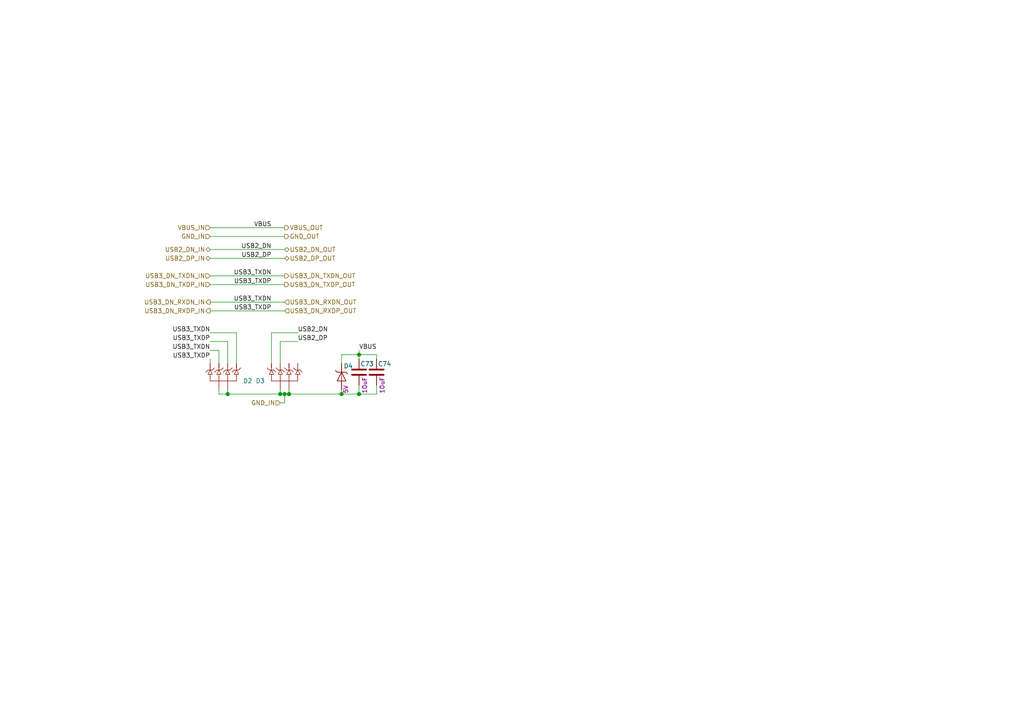
<source format=kicad_sch>
(kicad_sch (version 20210406) (generator eeschema)
  (paper "A4")
  (lib_symbols
    (symbol "capacitors:GRM21BR61H106ME43" (pin_numbers hide) (pin_names (offset 0.254))
      (property "Reference" "C" (at 0.635 2.54 0))
      (property "id" "10uF" (at -3.81 2.54 0))
      (symbol "GRM21BR61H106ME43_0_1"
        (polyline (pts (xy -2.032 -0.762) (xy 2.032 -0.762)) (stroke (width 0.508)))
        (polyline (pts (xy -2.032 0.762) (xy 2.032 0.762)) (stroke (width 0.508)))
      )
      (symbol "GRM21BR61H106ME43_1_1"
        (pin passive line (at 0 3.81 270) (length 2.794) (name "~") (number "1"))
        (pin passive line (at 0 -3.81 90) (length 2.794) (name "~") (number "2"))
      )
    )
    (symbol "diodes:ESD9X3.3ST5G" (pin_numbers hide) (pin_names (offset 1.016) hide)
      (property "Reference" "D" (at 0 2.54 0))
      (property "id" "5V" (at 0 0 0))
      (symbol "ESD9X3.3ST5G_0_1"
        (polyline (pts (xy -1.27 -1.27) (xy -1.778 -1.778)) (stroke (width 0.2032)))
        (polyline (pts (xy -1.27 1.27) (xy -1.27 -1.27)) (stroke (width 0.2032)))
        (polyline (pts (xy -1.27 1.27) (xy -0.762 1.778)) (stroke (width 0.2032)))
        (polyline (pts (xy 1.27 0) (xy -1.27 0)))
        (polyline (pts (xy 1.27 1.27) (xy 1.27 -1.27) (xy -1.27 0) (xy 1.27 1.27)) (stroke (width 0.2032)))
      )
      (symbol "ESD9X3.3ST5G_1_1"
        (pin passive line (at 3.81 0 180) (length 2.54) (name "A") (number "A"))
        (pin passive line (at -3.81 0 0) (length 2.54) (name "C") (number "C"))
      )
    )
    (symbol "mte_usb_hub:ESD8004MUTAG" (pin_numbers hide) (pin_names (offset 1.016) hide)
      (property "Reference" "D" (at 0 0 0))
      (symbol "ESD8004MUTAG_0_1"
        (polyline (pts (xy -3.81 0) (xy 3.81 0)))
        (polyline (pts (xy -3.81 1.27) (xy -3.81 0)))
        (polyline (pts (xy -3.81 1.905) (xy -3.81 1.27)))
        (polyline (pts (xy -3.81 3.175) (xy -3.81 3.81)))
        (polyline (pts (xy 1.27 1.27) (xy 1.27 0)))
        (polyline (pts (xy 1.27 1.905) (xy 1.27 1.27)))
        (polyline (pts (xy 1.27 3.175) (xy 1.27 3.81)))
        (polyline (pts (xy -3.81 3.175) (xy -4.445 3.175) (xy -5.08 2.54)))
        (polyline (pts (xy -3.81 3.175) (xy -3.175 3.175) (xy -2.54 3.81)))
        (polyline (pts (xy 1.27 3.175) (xy 0.635 3.175) (xy 0 2.54)))
        (polyline (pts (xy 1.27 3.175) (xy 1.905 3.175) (xy 2.54 3.81)))
        (polyline (pts (xy -3.81 3.175) (xy -4.445 1.905) (xy -3.175 1.905) (xy -3.81 3.175)) (fill (type background)))
        (polyline (pts (xy 1.27 3.175) (xy 0.635 1.905) (xy 1.905 1.905) (xy 1.27 3.175)) (fill (type background)))
      )
      (symbol "ESD8004MUTAG_1_1"
        (polyline (pts (xy -1.27 1.27) (xy -1.27 0)))
        (polyline (pts (xy -1.27 1.905) (xy -1.27 1.27)))
        (polyline (pts (xy -1.27 3.175) (xy -1.27 3.81)))
        (polyline (pts (xy 3.81 1.27) (xy 3.81 0)))
        (polyline (pts (xy 3.81 1.905) (xy 3.81 1.27)))
        (polyline (pts (xy 3.81 3.175) (xy 3.81 3.81)))
        (polyline (pts (xy -1.27 3.175) (xy -1.905 3.175) (xy -2.54 2.54)))
        (polyline (pts (xy -1.27 3.175) (xy -0.635 3.175) (xy 0 3.81)))
        (polyline (pts (xy 3.81 3.175) (xy 3.175 3.175) (xy 2.54 2.54)))
        (polyline (pts (xy 3.81 3.175) (xy 4.445 3.175) (xy 5.08 3.81)))
        (polyline (pts (xy -1.27 3.175) (xy -1.905 1.905) (xy -0.635 1.905) (xy -1.27 3.175)) (fill (type background)))
        (polyline (pts (xy 3.81 3.175) (xy 3.175 1.905) (xy 4.445 1.905) (xy 3.81 3.175)) (fill (type background)))
        (pin passive line (at -3.81 5.08 270) (length 1.27) (name "~") (number "1"))
        (pin passive line (at -3.81 5.08 270) (length 1.27) (name "~") (number "10"))
        (pin passive line (at -1.27 5.08 270) (length 1.27) (name "~") (number "2"))
        (pin passive line (at -1.27 -2.54 90) (length 2.54) (name "~") (number "3"))
        (pin passive line (at 1.27 5.08 270) (length 1.27) (name "~") (number "4"))
        (pin passive line (at 3.81 5.08 270) (length 1.27) (name "~") (number "5"))
        (pin passive line (at 3.81 5.08 270) (length 1.27) (name "~") (number "6"))
        (pin passive line (at 1.27 5.08 270) (length 1.27) (name "~") (number "7"))
        (pin passive line (at 1.27 -2.54 90) (length 2.54) (name "~") (number "8"))
        (pin passive line (at -1.27 5.08 270) (length 1.27) (name "~") (number "9"))
      )
    )
  )
  (junction (at 66.04 114.3) (diameter 1.016))
  (junction (at 81.28 114.3) (diameter 1.016))
  (junction (at 82.55 114.3) (diameter 1.016))
  (junction (at 83.82 114.3) (diameter 1.016))
  (junction (at 99.06 114.3) (diameter 1.016))
  (junction (at 104.14 102.87) (diameter 1.016))
  (junction (at 104.14 114.3) (diameter 1.016))
  (wire (pts (xy 60.96 66.04) (xy 82.55 66.04)))
  (wire (pts (xy 60.96 68.58) (xy 82.55 68.58)))
  (wire (pts (xy 60.96 72.39) (xy 82.55 72.39)))
  (wire (pts (xy 60.96 74.93) (xy 82.55 74.93)))
  (wire (pts (xy 60.96 80.01) (xy 82.55 80.01)))
  (wire (pts (xy 60.96 82.55) (xy 82.55 82.55)))
  (wire (pts (xy 60.96 87.63) (xy 82.55 87.63)))
  (wire (pts (xy 60.96 90.17) (xy 82.55 90.17)))
  (wire (pts (xy 60.96 104.14) (xy 60.96 105.41)))
  (wire (pts (xy 63.5 101.6) (xy 60.96 101.6)))
  (wire (pts (xy 63.5 105.41) (xy 63.5 101.6)))
  (wire (pts (xy 63.5 113.03) (xy 63.5 114.3)))
  (wire (pts (xy 63.5 114.3) (xy 66.04 114.3)))
  (wire (pts (xy 66.04 99.06) (xy 60.96 99.06)))
  (wire (pts (xy 66.04 105.41) (xy 66.04 99.06)))
  (wire (pts (xy 66.04 113.03) (xy 66.04 114.3)))
  (wire (pts (xy 66.04 114.3) (xy 81.28 114.3)))
  (wire (pts (xy 68.58 96.52) (xy 60.96 96.52)))
  (wire (pts (xy 68.58 105.41) (xy 68.58 96.52)))
  (wire (pts (xy 78.74 96.52) (xy 86.36 96.52)))
  (wire (pts (xy 78.74 105.41) (xy 78.74 96.52)))
  (wire (pts (xy 81.28 99.06) (xy 86.36 99.06)))
  (wire (pts (xy 81.28 105.41) (xy 81.28 99.06)))
  (wire (pts (xy 81.28 113.03) (xy 81.28 114.3)))
  (wire (pts (xy 81.28 114.3) (xy 82.55 114.3)))
  (wire (pts (xy 81.28 116.84) (xy 82.55 116.84)))
  (wire (pts (xy 82.55 114.3) (xy 83.82 114.3)))
  (wire (pts (xy 82.55 116.84) (xy 82.55 114.3)))
  (wire (pts (xy 83.82 113.03) (xy 83.82 114.3)))
  (wire (pts (xy 99.06 102.87) (xy 99.06 105.41)))
  (wire (pts (xy 99.06 102.87) (xy 104.14 102.87)))
  (wire (pts (xy 99.06 113.03) (xy 99.06 114.3)))
  (wire (pts (xy 99.06 114.3) (xy 83.82 114.3)))
  (wire (pts (xy 104.14 101.6) (xy 104.14 102.87)))
  (wire (pts (xy 104.14 102.87) (xy 109.22 102.87)))
  (wire (pts (xy 104.14 104.14) (xy 104.14 102.87)))
  (wire (pts (xy 104.14 111.76) (xy 104.14 114.3)))
  (wire (pts (xy 104.14 114.3) (xy 99.06 114.3)))
  (wire (pts (xy 104.14 114.3) (xy 109.22 114.3)))
  (wire (pts (xy 109.22 104.14) (xy 109.22 102.87)))
  (wire (pts (xy 109.22 111.76) (xy 109.22 114.3)))
  (label "USB3_TXDN" (at 60.96 96.52 180))
  (label "USB3_TXDP" (at 60.96 99.06 180))
  (label "USB3_TXDN" (at 60.96 101.6 180))
  (label "USB3_TXDP" (at 60.96 104.14 180))
  (label "VBUS" (at 78.74 66.04 180))
  (label "USB2_DN" (at 78.74 72.39 180))
  (label "USB2_DP" (at 78.74 74.93 180))
  (label "USB3_TXDN" (at 78.74 80.01 180))
  (label "USB3_TXDP" (at 78.74 82.55 180))
  (label "USB3_TXDN" (at 78.74 87.63 180))
  (label "USB3_TXDP" (at 78.74 90.17 180))
  (label "USB2_DN" (at 86.36 96.52 0))
  (label "USB2_DP" (at 86.36 99.06 0))
  (label "VBUS" (at 104.14 101.6 0))
  (hierarchical_label "VBUS_IN" (shape input) (at 60.96 66.04 180))
  (hierarchical_label "GND_IN" (shape input) (at 60.96 68.58 180))
  (hierarchical_label "USB2_DN_IN" (shape bidirectional) (at 60.96 72.39 180))
  (hierarchical_label "USB2_DP_IN" (shape bidirectional) (at 60.96 74.93 180))
  (hierarchical_label "USB3_DN_TXDN_IN" (shape input) (at 60.96 80.01 180))
  (hierarchical_label "USB3_DN_TXDP_IN" (shape input) (at 60.96 82.55 180))
  (hierarchical_label "USB3_DN_RXDN_IN" (shape output) (at 60.96 87.63 180))
  (hierarchical_label "USB3_DN_RXDP_IN" (shape output) (at 60.96 90.17 180))
  (hierarchical_label "GND_IN" (shape input) (at 81.28 116.84 180))
  (hierarchical_label "VBUS_OUT" (shape output) (at 82.55 66.04 0))
  (hierarchical_label "GND_OUT" (shape output) (at 82.55 68.58 0))
  (hierarchical_label "USB2_DN_OUT" (shape bidirectional) (at 82.55 72.39 0))
  (hierarchical_label "USB2_DP_OUT" (shape bidirectional) (at 82.55 74.93 0))
  (hierarchical_label "USB3_DN_TXDN_OUT" (shape output) (at 82.55 80.01 0))
  (hierarchical_label "USB3_DN_TXDP_OUT" (shape output) (at 82.55 82.55 0))
  (hierarchical_label "USB3_DN_RXDN_OUT" (shape input) (at 82.55 87.63 0))
  (hierarchical_label "USB3_DN_RXDP_OUT" (shape input) (at 82.55 90.17 0))
  (symbol (lib_id "diodes:ESD9X3.3ST5G") (at 99.06 109.22 270)
    (property "Reference" "D4" (at 99.6697 106.1656 90) (effects (justify left)))
    (property "Value" "ESD9X3.3ST5G" (effects hide))
    (property "Footprint" "footprints:SODFL1006X43N" (effects hide))
    (property "id" "5V" (at 100.3047 111.6393 0) (effects (justify left)))
    (property "manf" "ON Semiconductor" (effects hide))
  )
  (symbol (lib_id "capacitors:GRM21BR61H106ME43") (at 104.14 107.95 0)
    (property "Reference" "C73" (at 104.5211 105.5306 0) (effects (justify left)))
    (property "Value" "GRM21BR61H106ME43" (effects hide))
    (property "Footprint" "footprints:CAPACITOR_0805N" (effects hide))
    (property "id" "10uF" (at 105.7911 114.1793 90) (effects (justify left)))
    (property "manf" "Murata Electronics" (effects hide))
  )
  (symbol (lib_id "capacitors:GRM21BR61H106ME43") (at 109.22 107.95 0)
    (property "Reference" "C74" (at 109.6011 105.5306 0) (effects (justify left)))
    (property "Value" "GRM21BR61H106ME43" (effects hide))
    (property "Footprint" "footprints:CAPACITOR_0805N" (effects hide))
    (property "id" "10uF" (at 110.8711 114.1793 90) (effects (justify left)))
    (property "manf" "Murata Electronics" (effects hide))
  )
  (symbol (lib_id "mte_usb_hub:ESD8004MUTAG") (at 64.77 110.49 0)
    (property "Reference" "D2" (at 70.4851 110.49 0) (effects (justify left)))
    (property "Value" "ESD8004MUTAG" (effects hide))
    (property "id" "ESD8004MUTAG" (effects hide))
    (property "manf" "ON Semiconductor" (effects hide))
  )
  (symbol (lib_id "mte_usb_hub:ESD8004MUTAG") (at 82.55 110.49 0) (mirror y)
    (property "Reference" "D3" (at 76.8349 110.49 0) (effects (justify left)))
    (property "Value" "ESD8004MUTAG" (effects hide))
    (property "id" "ESD8004MUTAG" (effects hide))
    (property "manf" "ON Semiconductor" (effects hide))
  )
)
</source>
